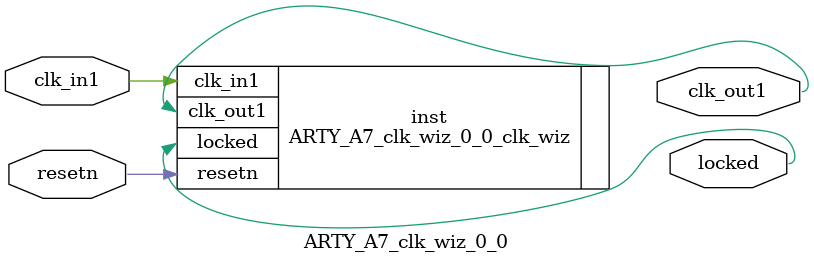
<source format=v>


`timescale 1ps/1ps

(* CORE_GENERATION_INFO = "ARTY_A7_clk_wiz_0_0,clk_wiz_v6_0_1_0_0,{component_name=ARTY_A7_clk_wiz_0_0,use_phase_alignment=true,use_min_o_jitter=false,use_max_i_jitter=false,use_dyn_phase_shift=false,use_inclk_switchover=false,use_dyn_reconfig=false,enable_axi=0,feedback_source=FDBK_AUTO,PRIMITIVE=MMCM,num_out_clk=1,clkin1_period=10.000,clkin2_period=10.000,use_power_down=false,use_reset=true,use_locked=true,use_inclk_stopped=false,feedback_type=SINGLE,CLOCK_MGR_TYPE=NA,manual_override=false}" *)

module ARTY_A7_clk_wiz_0_0 
 (
  // Clock out ports
  output        clk_out1,
  // Status and control signals
  input         resetn,
  output        locked,
 // Clock in ports
  input         clk_in1
 );

  ARTY_A7_clk_wiz_0_0_clk_wiz inst
  (
  // Clock out ports  
  .clk_out1(clk_out1),
  // Status and control signals               
  .resetn(resetn), 
  .locked(locked),
 // Clock in ports
  .clk_in1(clk_in1)
  );

endmodule

</source>
